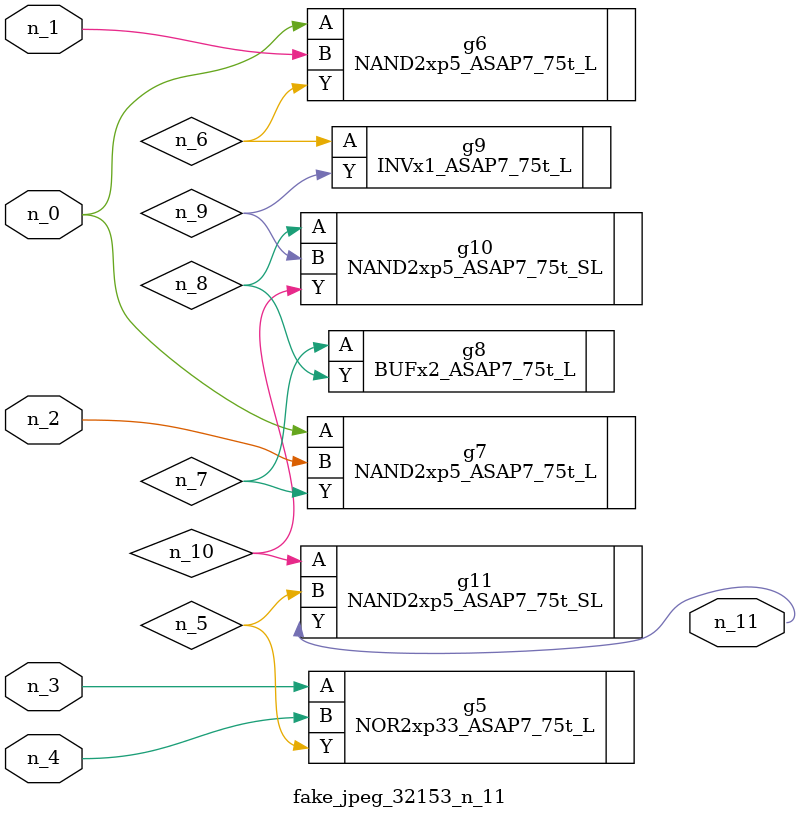
<source format=v>
module fake_jpeg_32153_n_11 (n_3, n_2, n_1, n_0, n_4, n_11);

input n_3;
input n_2;
input n_1;
input n_0;
input n_4;

output n_11;

wire n_10;
wire n_8;
wire n_9;
wire n_6;
wire n_5;
wire n_7;

NOR2xp33_ASAP7_75t_L g5 ( 
.A(n_3),
.B(n_4),
.Y(n_5)
);

NAND2xp5_ASAP7_75t_L g6 ( 
.A(n_0),
.B(n_1),
.Y(n_6)
);

NAND2xp5_ASAP7_75t_L g7 ( 
.A(n_0),
.B(n_2),
.Y(n_7)
);

BUFx2_ASAP7_75t_L g8 ( 
.A(n_7),
.Y(n_8)
);

NAND2xp5_ASAP7_75t_SL g10 ( 
.A(n_8),
.B(n_9),
.Y(n_10)
);

INVx1_ASAP7_75t_L g9 ( 
.A(n_6),
.Y(n_9)
);

NAND2xp5_ASAP7_75t_SL g11 ( 
.A(n_10),
.B(n_5),
.Y(n_11)
);


endmodule
</source>
